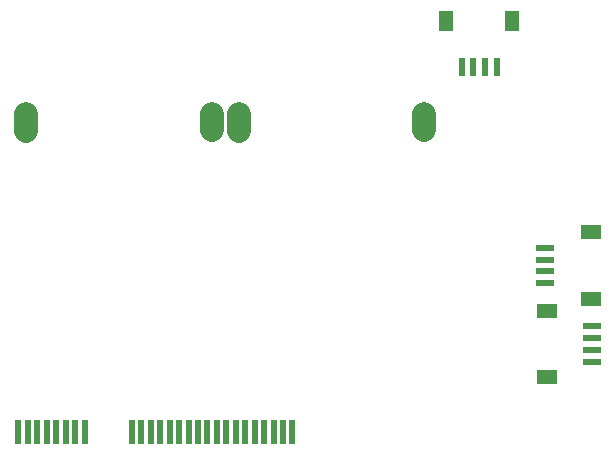
<source format=gbr>
%TF.GenerationSoftware,KiCad,Pcbnew,7.99.0-unknown-70ffd971e3~172~ubuntu22.04.1*%
%TF.CreationDate,2023-07-09T07:41:58-05:00*%
%TF.ProjectId,ext_pcb,6578745f-7063-4622-9e6b-696361645f70,rev?*%
%TF.SameCoordinates,Original*%
%TF.FileFunction,Paste,Bot*%
%TF.FilePolarity,Positive*%
%FSLAX46Y46*%
G04 Gerber Fmt 4.6, Leading zero omitted, Abs format (unit mm)*
G04 Created by KiCad (PCBNEW 7.99.0-unknown-70ffd971e3~172~ubuntu22.04.1) date 2023-07-09 07:41:58*
%MOMM*%
%LPD*%
G01*
G04 APERTURE LIST*
%ADD10C,2.000000*%
%ADD11R,0.600000X2.000000*%
%ADD12R,0.600000X1.550000*%
%ADD13R,1.200000X1.800000*%
%ADD14R,1.550000X0.600000*%
%ADD15R,1.800000X1.200000*%
G04 APERTURE END LIST*
D10*
%TO.C,J2*%
X137581800Y-77705200D02*
X137581800Y-79105200D01*
X153261800Y-77665200D02*
X153261800Y-79065200D01*
%TO.C,J3*%
X155572400Y-77705200D02*
X155572400Y-79105200D01*
X171252400Y-77665200D02*
X171252400Y-79065200D01*
%TD*%
D11*
%TO.C,P1*%
X136900000Y-104650000D03*
X137700000Y-104650000D03*
X138500000Y-104650000D03*
X139300000Y-104650000D03*
X140100000Y-104650000D03*
X140900000Y-104650000D03*
X141700000Y-104650000D03*
X142500000Y-104650000D03*
X146500000Y-104650000D03*
X147300000Y-104650000D03*
X148100000Y-104650000D03*
X148900000Y-104650000D03*
X149700000Y-104650000D03*
X150500000Y-104650000D03*
X151300000Y-104650000D03*
X152100000Y-104650000D03*
X152900000Y-104650000D03*
X153700000Y-104650000D03*
X154500000Y-104650000D03*
X155300000Y-104650000D03*
X156100000Y-104650000D03*
X156900000Y-104650000D03*
X157700000Y-104650000D03*
X158500000Y-104650000D03*
X159300000Y-104650000D03*
X160100000Y-104650000D03*
%TD*%
D12*
%TO.C,J9*%
X174420000Y-73700000D03*
X175420000Y-73700000D03*
X176420000Y-73700000D03*
X177420000Y-73700000D03*
D13*
X173120000Y-69825000D03*
X178720000Y-69825000D03*
%TD*%
D14*
%TO.C,J7*%
X185500000Y-98660000D03*
X185500000Y-97660000D03*
X185500000Y-96660000D03*
X185500000Y-95660000D03*
D15*
X181625000Y-99960000D03*
X181625000Y-94360000D03*
%TD*%
D14*
%TO.C,J8*%
X181485000Y-89020000D03*
X181485000Y-90020000D03*
X181485000Y-91020000D03*
X181485000Y-92020000D03*
D15*
X185360000Y-87720000D03*
X185360000Y-93320000D03*
%TD*%
M02*

</source>
